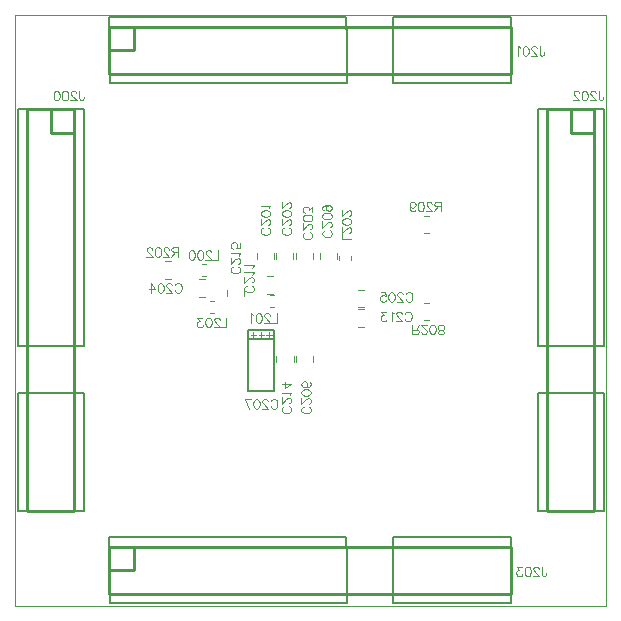
<source format=gbo>
G04*
G04 #@! TF.GenerationSoftware,Altium Limited,Altium Designer,22.3.1 (43)*
G04*
G04 Layer_Color=32896*
%FSLAX25Y25*%
%MOIN*%
G70*
G04*
G04 #@! TF.SameCoordinates,697392F4-E1DC-46BD-99ED-7115868F3DC7*
G04*
G04*
G04 #@! TF.FilePolarity,Positive*
G04*
G01*
G75*
%ADD12C,0.00394*%
%ADD13C,0.00787*%
%ADD14C,0.00472*%
%ADD15C,0.01000*%
D12*
X-17386Y-8110D02*
X-15614D01*
X-16500Y-8897D02*
Y-7322D01*
X-19157Y-8897D02*
Y-7322D01*
X-20043Y-8110D02*
X-18272D01*
X-13843Y-8897D02*
Y-7322D01*
X-14728Y-8110D02*
X-12957D01*
X-98425Y98425D02*
X98425D01*
Y-98425D02*
Y98425D01*
X-98425Y-98425D02*
X98425D01*
X-98425D02*
Y98425D01*
D13*
X75614Y-66929D02*
Y-27500D01*
Y-66929D02*
X78704D01*
X75614Y-27500D02*
X79114D01*
X94614D01*
X75614Y67000D02*
X78696D01*
X75614Y-12000D02*
X75614Y67000D01*
X75614Y-12000D02*
X79114D01*
X94614D01*
X97614Y-66852D02*
Y-27423D01*
X94354Y-66852D02*
X97614D01*
X93944Y-27423D02*
X97614D01*
X94362Y67077D02*
X97614D01*
X97614Y-11923D01*
X93944D02*
X97614D01*
X-20929Y-9586D02*
X-12071D01*
X-20929D02*
Y-6634D01*
X-12071Y-9586D02*
Y-6634D01*
X-20929D02*
X-12071D01*
Y-26909D02*
Y-9586D01*
X-20929Y-26909D02*
Y-9586D01*
Y-26909D02*
X-12071D01*
X27500Y-97614D02*
X66929D01*
Y-94524D01*
X27500Y-97614D02*
Y-94114D01*
Y-78614D01*
X-67000Y-97614D02*
Y-94532D01*
Y-97614D02*
X12000Y-97614D01*
Y-94114D01*
Y-78614D01*
X27423Y-75614D02*
X66852D01*
Y-78874D02*
Y-75614D01*
X27423Y-79284D02*
Y-75614D01*
X-67077Y-78866D02*
Y-75614D01*
X11923Y-75614D01*
Y-79284D02*
Y-75614D01*
X-79284Y-11923D02*
X-75614D01*
X-75614Y67077D02*
X-75614Y-11923D01*
X-78866Y67077D02*
X-75614D01*
X-79284Y-27423D02*
X-75614D01*
X-78874Y-66852D02*
X-75614D01*
Y-27423D01*
X-94114Y-12000D02*
X-78614D01*
X-97614D02*
X-94114D01*
X-97614D02*
X-97614Y67000D01*
X-94532D01*
X-94114Y-27500D02*
X-78614D01*
X-97614D02*
X-94114D01*
X-97614Y-66929D02*
X-94524D01*
X-97614D02*
Y-27500D01*
X27500Y75614D02*
X66929D01*
Y78704D01*
X27500Y75614D02*
Y79114D01*
Y94614D01*
X-67000Y75614D02*
Y78696D01*
Y75614D02*
X12000Y75614D01*
Y79114D01*
Y94614D01*
X27423Y97614D02*
X66852D01*
Y94354D02*
Y97614D01*
X27423Y93944D02*
Y97614D01*
X-67077Y94362D02*
Y97614D01*
X11923Y97614D01*
Y93944D02*
Y97614D01*
D14*
X-37168Y10394D02*
X-35111D01*
X-37168Y4606D02*
X-35111D01*
X-33641Y3008D02*
X-32359D01*
X-33641Y-1008D02*
X-32359D01*
X37699Y25703D02*
X39487D01*
X37699Y31491D02*
X39487D01*
X37699Y-3231D02*
X39487D01*
X37699Y2556D02*
X39487D01*
X-48394Y16394D02*
X-46606D01*
X-48394Y10606D02*
X-46606D01*
X-27894Y4861D02*
Y6918D01*
X-22106Y4861D02*
Y6918D01*
X-11503Y-17209D02*
Y-15152D01*
X-5715Y-17209D02*
Y-15152D01*
X15861Y-5394D02*
X17918D01*
X15861Y394D02*
X17918D01*
X-14529Y11394D02*
X-12472D01*
X-14529Y5606D02*
X-12472D01*
X3106Y17161D02*
Y19218D01*
X8894Y17161D02*
Y19218D01*
X-4891Y-17209D02*
Y-15152D01*
X896Y-17209D02*
Y-15152D01*
X15861Y1106D02*
X17918D01*
X15861Y6894D02*
X17918D01*
X894Y17161D02*
Y19218D01*
X-4894Y17161D02*
Y19218D01*
X-5831Y17161D02*
Y19218D01*
X-11618Y17161D02*
Y19218D01*
X-12106Y17160D02*
Y19218D01*
X-17894Y17160D02*
Y19218D01*
X-13641Y992D02*
X-12359D01*
X-13641Y5008D02*
X-12359D01*
X13508Y16908D02*
Y18190D01*
X9492Y16908D02*
Y18190D01*
X-36141Y15508D02*
X-34859D01*
X-36141Y11492D02*
X-34859D01*
X96000Y73149D02*
Y70750D01*
X96150Y70300D01*
X96300Y70150D01*
X96600Y70000D01*
X96900D01*
X97200Y70150D01*
X97350Y70300D01*
X97500Y70750D01*
Y71050D01*
X95041Y72399D02*
Y72549D01*
X94891Y72849D01*
X94741Y72999D01*
X94441Y73149D01*
X93841D01*
X93541Y72999D01*
X93391Y72849D01*
X93241Y72549D01*
Y72249D01*
X93391Y71949D01*
X93691Y71500D01*
X95191Y70000D01*
X93091D01*
X91487Y73149D02*
X91937Y72999D01*
X92237Y72549D01*
X92387Y71799D01*
Y71350D01*
X92237Y70600D01*
X91937Y70150D01*
X91487Y70000D01*
X91187D01*
X90737Y70150D01*
X90437Y70600D01*
X90287Y71350D01*
Y71799D01*
X90437Y72549D01*
X90737Y72999D01*
X91187Y73149D01*
X91487D01*
X89433Y72399D02*
Y72549D01*
X89283Y72849D01*
X89133Y72999D01*
X88833Y73149D01*
X88233D01*
X87933Y72999D01*
X87783Y72849D01*
X87633Y72549D01*
Y72249D01*
X87783Y71949D01*
X88083Y71500D01*
X89583Y70000D01*
X87483D01*
X43366Y36171D02*
Y33022D01*
Y36171D02*
X42016D01*
X41566Y36021D01*
X41416Y35871D01*
X41267Y35572D01*
Y35272D01*
X41416Y34972D01*
X41566Y34822D01*
X42016Y34672D01*
X43366D01*
X42316D02*
X41267Y33022D01*
X40412Y35422D02*
Y35572D01*
X40262Y35871D01*
X40112Y36021D01*
X39812Y36171D01*
X39212D01*
X38912Y36021D01*
X38762Y35871D01*
X38612Y35572D01*
Y35272D01*
X38762Y34972D01*
X39062Y34522D01*
X40562Y33022D01*
X38462D01*
X36858Y36171D02*
X37308Y36021D01*
X37608Y35572D01*
X37758Y34822D01*
Y34372D01*
X37608Y33622D01*
X37308Y33172D01*
X36858Y33022D01*
X36558D01*
X36108Y33172D01*
X35808Y33622D01*
X35658Y34372D01*
Y34822D01*
X35808Y35572D01*
X36108Y36021D01*
X36558Y36171D01*
X36858D01*
X33004Y35122D02*
X33154Y34672D01*
X33454Y34372D01*
X33904Y34222D01*
X34054D01*
X34504Y34372D01*
X34804Y34672D01*
X34954Y35122D01*
Y35272D01*
X34804Y35721D01*
X34504Y36021D01*
X34054Y36171D01*
X33904D01*
X33454Y36021D01*
X33154Y35721D01*
X33004Y35122D01*
Y34372D01*
X33154Y33622D01*
X33454Y33172D01*
X33904Y33022D01*
X34204D01*
X34654Y33172D01*
X34804Y33472D01*
X33929Y-7912D02*
Y-4763D01*
Y-7912D02*
X35279D01*
X35729Y-7762D01*
X35879Y-7612D01*
X36029Y-7312D01*
Y-7012D01*
X35879Y-6712D01*
X35729Y-6562D01*
X35279Y-6412D01*
X33929D01*
X34979D02*
X36029Y-4763D01*
X36883Y-7162D02*
Y-7312D01*
X37033Y-7612D01*
X37183Y-7762D01*
X37483Y-7912D01*
X38083D01*
X38383Y-7762D01*
X38533Y-7612D01*
X38683Y-7312D01*
Y-7012D01*
X38533Y-6712D01*
X38233Y-6262D01*
X36733Y-4763D01*
X38833D01*
X40437Y-7912D02*
X39987Y-7762D01*
X39687Y-7312D01*
X39537Y-6562D01*
Y-6112D01*
X39687Y-5363D01*
X39987Y-4913D01*
X40437Y-4763D01*
X40737D01*
X41187Y-4913D01*
X41487Y-5363D01*
X41637Y-6112D01*
Y-6562D01*
X41487Y-7312D01*
X41187Y-7762D01*
X40737Y-7912D01*
X40437D01*
X43091D02*
X42641Y-7762D01*
X42491Y-7462D01*
Y-7162D01*
X42641Y-6862D01*
X42941Y-6712D01*
X43541Y-6562D01*
X43991Y-6412D01*
X44291Y-6112D01*
X44441Y-5813D01*
Y-5363D01*
X44291Y-5063D01*
X44141Y-4913D01*
X43691Y-4763D01*
X43091D01*
X42641Y-4913D01*
X42491Y-5063D01*
X42342Y-5363D01*
Y-5813D01*
X42491Y-6112D01*
X42791Y-6412D01*
X43241Y-6562D01*
X43841Y-6712D01*
X44141Y-6862D01*
X44291Y-7162D01*
Y-7462D01*
X44141Y-7762D01*
X43691Y-7912D01*
X43091D01*
X77009Y-85426D02*
Y-87825D01*
X77159Y-88275D01*
X77309Y-88424D01*
X77609Y-88574D01*
X77908D01*
X78208Y-88424D01*
X78358Y-88275D01*
X78508Y-87825D01*
Y-87525D01*
X76049Y-86175D02*
Y-86025D01*
X75899Y-85725D01*
X75749Y-85575D01*
X75449Y-85426D01*
X74849D01*
X74550Y-85575D01*
X74400Y-85725D01*
X74250Y-86025D01*
Y-86325D01*
X74400Y-86625D01*
X74700Y-87075D01*
X76199Y-88574D01*
X74100D01*
X72495Y-85426D02*
X72945Y-85575D01*
X73245Y-86025D01*
X73395Y-86775D01*
Y-87225D01*
X73245Y-87975D01*
X72945Y-88424D01*
X72495Y-88574D01*
X72195D01*
X71746Y-88424D01*
X71446Y-87975D01*
X71296Y-87225D01*
Y-86775D01*
X71446Y-86025D01*
X71746Y-85575D01*
X72195Y-85426D01*
X72495D01*
X70291D02*
X68642D01*
X69541Y-86625D01*
X69091D01*
X68792Y-86775D01*
X68642Y-86925D01*
X68492Y-87375D01*
Y-87675D01*
X68642Y-88125D01*
X68941Y-88424D01*
X69391Y-88574D01*
X69841D01*
X70291Y-88424D01*
X70441Y-88275D01*
X70591Y-87975D01*
X-44293Y21010D02*
Y17861D01*
Y21010D02*
X-45643D01*
X-46092Y20860D01*
X-46242Y20710D01*
X-46392Y20410D01*
Y20110D01*
X-46242Y19810D01*
X-46092Y19660D01*
X-45643Y19510D01*
X-44293D01*
X-45343D02*
X-46392Y17861D01*
X-47247Y20260D02*
Y20410D01*
X-47397Y20710D01*
X-47547Y20860D01*
X-47847Y21010D01*
X-48447D01*
X-48746Y20860D01*
X-48896Y20710D01*
X-49046Y20410D01*
Y20110D01*
X-48896Y19810D01*
X-48597Y19360D01*
X-47097Y17861D01*
X-49196D01*
X-50801Y21010D02*
X-50351Y20860D01*
X-50051Y20410D01*
X-49901Y19660D01*
Y19210D01*
X-50051Y18460D01*
X-50351Y18011D01*
X-50801Y17861D01*
X-51101D01*
X-51551Y18011D01*
X-51850Y18460D01*
X-52000Y19210D01*
Y19660D01*
X-51850Y20410D01*
X-51551Y20860D01*
X-51101Y21010D01*
X-50801D01*
X-52855Y20260D02*
Y20410D01*
X-53005Y20710D01*
X-53155Y20860D01*
X-53455Y21010D01*
X-54055D01*
X-54355Y20860D01*
X-54505Y20710D01*
X-54654Y20410D01*
Y20110D01*
X-54505Y19810D01*
X-54205Y19360D01*
X-52705Y17861D01*
X-54804D01*
X-28074Y-2426D02*
Y-5574D01*
X-29874D01*
X-30368Y-3175D02*
Y-3025D01*
X-30518Y-2725D01*
X-30668Y-2575D01*
X-30968Y-2426D01*
X-31568D01*
X-31868Y-2575D01*
X-32018Y-2725D01*
X-32168Y-3025D01*
Y-3325D01*
X-32018Y-3625D01*
X-31718Y-4075D01*
X-30218Y-5574D01*
X-32318D01*
X-33922Y-2426D02*
X-33472Y-2575D01*
X-33172Y-3025D01*
X-33022Y-3775D01*
Y-4225D01*
X-33172Y-4975D01*
X-33472Y-5424D01*
X-33922Y-5574D01*
X-34222D01*
X-34672Y-5424D01*
X-34972Y-4975D01*
X-35122Y-4225D01*
Y-3775D01*
X-34972Y-3025D01*
X-34672Y-2575D01*
X-34222Y-2426D01*
X-33922D01*
X-36126D02*
X-37776D01*
X-36876Y-3625D01*
X-37326D01*
X-37626Y-3775D01*
X-37776Y-3925D01*
X-37926Y-4375D01*
Y-4675D01*
X-37776Y-5125D01*
X-37476Y-5424D01*
X-37026Y-5574D01*
X-36576D01*
X-36126Y-5424D01*
X-35976Y-5275D01*
X-35827Y-4975D01*
X13575Y23623D02*
X10425D01*
Y25423D01*
X12825Y25918D02*
X12975D01*
X13275Y26068D01*
X13424Y26217D01*
X13575Y26517D01*
Y27117D01*
X13424Y27417D01*
X13275Y27567D01*
X12975Y27717D01*
X12675D01*
X12375Y27567D01*
X11925Y27267D01*
X10425Y25768D01*
Y27867D01*
X13575Y29471D02*
X13424Y29022D01*
X12975Y28722D01*
X12225Y28572D01*
X11775D01*
X11025Y28722D01*
X10576Y29022D01*
X10425Y29471D01*
Y29771D01*
X10576Y30221D01*
X11025Y30521D01*
X11775Y30671D01*
X12225D01*
X12975Y30521D01*
X13424Y30221D01*
X13575Y29771D01*
Y29471D01*
X12825Y31526D02*
X12975D01*
X13275Y31676D01*
X13424Y31826D01*
X13575Y32125D01*
Y32725D01*
X13424Y33025D01*
X13275Y33175D01*
X12975Y33325D01*
X12675D01*
X12375Y33175D01*
X11925Y32875D01*
X10425Y31376D01*
Y33475D01*
X-11308Y-985D02*
Y-4134D01*
X-13107D01*
X-13602Y-1734D02*
Y-1584D01*
X-13752Y-1285D01*
X-13902Y-1135D01*
X-14202Y-985D01*
X-14802D01*
X-15102Y-1135D01*
X-15252Y-1285D01*
X-15402Y-1584D01*
Y-1884D01*
X-15252Y-2184D01*
X-14952Y-2634D01*
X-13452Y-4134D01*
X-15552D01*
X-17156Y-985D02*
X-16706Y-1135D01*
X-16406Y-1584D01*
X-16256Y-2334D01*
Y-2784D01*
X-16406Y-3534D01*
X-16706Y-3984D01*
X-17156Y-4134D01*
X-17456D01*
X-17906Y-3984D01*
X-18206Y-3534D01*
X-18356Y-2784D01*
Y-2334D01*
X-18206Y-1584D01*
X-17906Y-1135D01*
X-17456Y-985D01*
X-17156D01*
X-19060Y-1584D02*
X-19360Y-1434D01*
X-19810Y-985D01*
Y-4134D01*
X-30824Y20075D02*
Y16926D01*
X-32624D01*
X-33118Y19325D02*
Y19475D01*
X-33268Y19775D01*
X-33418Y19925D01*
X-33718Y20075D01*
X-34318D01*
X-34618Y19925D01*
X-34768Y19775D01*
X-34918Y19475D01*
Y19175D01*
X-34768Y18875D01*
X-34468Y18425D01*
X-32968Y16926D01*
X-35068D01*
X-36672Y20075D02*
X-36222Y19925D01*
X-35922Y19475D01*
X-35772Y18725D01*
Y18275D01*
X-35922Y17525D01*
X-36222Y17075D01*
X-36672Y16926D01*
X-36972D01*
X-37422Y17075D01*
X-37722Y17525D01*
X-37872Y18275D01*
Y18725D01*
X-37722Y19475D01*
X-37422Y19925D01*
X-36972Y20075D01*
X-36672D01*
X-39476D02*
X-39026Y19925D01*
X-38726Y19475D01*
X-38576Y18725D01*
Y18275D01*
X-38726Y17525D01*
X-39026Y17075D01*
X-39476Y16926D01*
X-39776D01*
X-40226Y17075D01*
X-40526Y17525D01*
X-40676Y18275D01*
Y18725D01*
X-40526Y19475D01*
X-40226Y19925D01*
X-39776Y20075D01*
X-39476D01*
X76334Y88074D02*
Y85675D01*
X76484Y85225D01*
X76634Y85075D01*
X76934Y84926D01*
X77234D01*
X77534Y85075D01*
X77684Y85225D01*
X77833Y85675D01*
Y85975D01*
X75374Y87325D02*
Y87475D01*
X75224Y87775D01*
X75074Y87924D01*
X74775Y88074D01*
X74175D01*
X73875Y87924D01*
X73725Y87775D01*
X73575Y87475D01*
Y87175D01*
X73725Y86875D01*
X74025Y86425D01*
X75524Y84926D01*
X73425D01*
X71821Y88074D02*
X72270Y87924D01*
X72570Y87475D01*
X72720Y86725D01*
Y86275D01*
X72570Y85525D01*
X72270Y85075D01*
X71821Y84926D01*
X71521D01*
X71071Y85075D01*
X70771Y85525D01*
X70621Y86275D01*
Y86725D01*
X70771Y87475D01*
X71071Y87924D01*
X71521Y88074D01*
X71821D01*
X69916Y87475D02*
X69616Y87625D01*
X69166Y88074D01*
Y84926D01*
X-77200Y73149D02*
Y70750D01*
X-77049Y70300D01*
X-76900Y70150D01*
X-76600Y70000D01*
X-76300D01*
X-76000Y70150D01*
X-75850Y70300D01*
X-75700Y70750D01*
Y71050D01*
X-78159Y72399D02*
Y72549D01*
X-78309Y72849D01*
X-78459Y72999D01*
X-78759Y73149D01*
X-79359D01*
X-79659Y72999D01*
X-79809Y72849D01*
X-79959Y72549D01*
Y72249D01*
X-79809Y71949D01*
X-79509Y71500D01*
X-78009Y70000D01*
X-80108D01*
X-81713Y73149D02*
X-81263Y72999D01*
X-80963Y72549D01*
X-80813Y71799D01*
Y71350D01*
X-80963Y70600D01*
X-81263Y70150D01*
X-81713Y70000D01*
X-82013D01*
X-82463Y70150D01*
X-82763Y70600D01*
X-82913Y71350D01*
Y71799D01*
X-82763Y72549D01*
X-82463Y72999D01*
X-82013Y73149D01*
X-81713D01*
X-84517D02*
X-84067Y72999D01*
X-83767Y72549D01*
X-83617Y71799D01*
Y71350D01*
X-83767Y70600D01*
X-84067Y70150D01*
X-84517Y70000D01*
X-84817D01*
X-85267Y70150D01*
X-85567Y70600D01*
X-85717Y71350D01*
Y71799D01*
X-85567Y72549D01*
X-85267Y72999D01*
X-84817Y73149D01*
X-84517D01*
X-24175Y14576D02*
X-23875Y14426D01*
X-23575Y14126D01*
X-23426Y13826D01*
Y13226D01*
X-23575Y12926D01*
X-23875Y12627D01*
X-24175Y12477D01*
X-24625Y12327D01*
X-25375D01*
X-25825Y12477D01*
X-26125Y12627D01*
X-26425Y12926D01*
X-26575Y13226D01*
Y13826D01*
X-26425Y14126D01*
X-26125Y14426D01*
X-25825Y14576D01*
X-24175Y15611D02*
X-24025D01*
X-23725Y15761D01*
X-23575Y15911D01*
X-23426Y16210D01*
Y16810D01*
X-23575Y17110D01*
X-23725Y17260D01*
X-24025Y17410D01*
X-24325D01*
X-24625Y17260D01*
X-25075Y16960D01*
X-26575Y15461D01*
Y17560D01*
X-24025Y18265D02*
X-23875Y18565D01*
X-23426Y19015D01*
X-26575D01*
X-23426Y22373D02*
Y20874D01*
X-24775Y20724D01*
X-24625Y20874D01*
X-24475Y21324D01*
Y21774D01*
X-24625Y22223D01*
X-24925Y22523D01*
X-25375Y22673D01*
X-25675D01*
X-26125Y22523D01*
X-26425Y22223D01*
X-26575Y21774D01*
Y21324D01*
X-26425Y20874D01*
X-26275Y20724D01*
X-25975Y20574D01*
X-7175Y-31999D02*
X-6875Y-32149D01*
X-6576Y-32449D01*
X-6425Y-32749D01*
Y-33349D01*
X-6576Y-33648D01*
X-6875Y-33948D01*
X-7175Y-34098D01*
X-7625Y-34248D01*
X-8375D01*
X-8825Y-34098D01*
X-9125Y-33948D01*
X-9425Y-33648D01*
X-9574Y-33349D01*
Y-32749D01*
X-9425Y-32449D01*
X-9125Y-32149D01*
X-8825Y-31999D01*
X-7175Y-30964D02*
X-7025D01*
X-6725Y-30814D01*
X-6576Y-30664D01*
X-6425Y-30365D01*
Y-29765D01*
X-6576Y-29465D01*
X-6725Y-29315D01*
X-7025Y-29165D01*
X-7325D01*
X-7625Y-29315D01*
X-8075Y-29615D01*
X-9574Y-31114D01*
Y-29015D01*
X-7025Y-28310D02*
X-6875Y-28010D01*
X-6425Y-27560D01*
X-9574D01*
X-6425Y-24501D02*
X-8525Y-26001D01*
Y-23752D01*
X-6425Y-24501D02*
X-9574D01*
X31424Y-1175D02*
X31574Y-875D01*
X31874Y-575D01*
X32174Y-426D01*
X32774D01*
X33073Y-575D01*
X33373Y-875D01*
X33523Y-1175D01*
X33673Y-1625D01*
Y-2375D01*
X33523Y-2825D01*
X33373Y-3125D01*
X33073Y-3424D01*
X32774Y-3574D01*
X32174D01*
X31874Y-3424D01*
X31574Y-3125D01*
X31424Y-2825D01*
X30389Y-1175D02*
Y-1025D01*
X30239Y-725D01*
X30090Y-575D01*
X29790Y-426D01*
X29190D01*
X28890Y-575D01*
X28740Y-725D01*
X28590Y-1025D01*
Y-1325D01*
X28740Y-1625D01*
X29040Y-2075D01*
X30539Y-3574D01*
X28440D01*
X27735Y-1025D02*
X27435Y-875D01*
X26985Y-426D01*
Y-3574D01*
X25126Y-426D02*
X23477D01*
X24376Y-1625D01*
X23927D01*
X23627Y-1775D01*
X23477Y-1925D01*
X23327Y-2375D01*
Y-2675D01*
X23477Y-3125D01*
X23777Y-3424D01*
X24226Y-3574D01*
X24676D01*
X25126Y-3424D01*
X25276Y-3275D01*
X25426Y-2975D01*
X-19675Y8251D02*
X-19375Y8101D01*
X-19075Y7801D01*
X-18925Y7501D01*
Y6901D01*
X-19075Y6601D01*
X-19375Y6301D01*
X-19675Y6151D01*
X-20125Y6002D01*
X-20875D01*
X-21325Y6151D01*
X-21625Y6301D01*
X-21925Y6601D01*
X-22074Y6901D01*
Y7501D01*
X-21925Y7801D01*
X-21625Y8101D01*
X-21325Y8251D01*
X-19675Y9285D02*
X-19525D01*
X-19225Y9435D01*
X-19075Y9585D01*
X-18925Y9885D01*
Y10485D01*
X-19075Y10785D01*
X-19225Y10935D01*
X-19525Y11085D01*
X-19825D01*
X-20125Y10935D01*
X-20575Y10635D01*
X-22074Y9136D01*
Y11235D01*
X-19525Y11940D02*
X-19375Y12239D01*
X-18925Y12689D01*
X-22074D01*
X-19525Y14249D02*
X-19375Y14549D01*
X-18925Y14999D01*
X-22074D01*
X6325Y26642D02*
X6625Y26492D01*
X6925Y26192D01*
X7074Y25892D01*
Y25292D01*
X6925Y24992D01*
X6625Y24692D01*
X6325Y24543D01*
X5875Y24393D01*
X5125D01*
X4675Y24543D01*
X4375Y24692D01*
X4075Y24992D01*
X3926Y25292D01*
Y25892D01*
X4075Y26192D01*
X4375Y26492D01*
X4675Y26642D01*
X6325Y27676D02*
X6475D01*
X6775Y27826D01*
X6925Y27976D01*
X7074Y28276D01*
Y28876D01*
X6925Y29176D01*
X6775Y29326D01*
X6475Y29476D01*
X6175D01*
X5875Y29326D01*
X5425Y29026D01*
X3926Y27527D01*
Y29626D01*
X7074Y31230D02*
X6925Y30780D01*
X6475Y30481D01*
X5725Y30331D01*
X5275D01*
X4525Y30481D01*
X4075Y30780D01*
X3926Y31230D01*
Y31530D01*
X4075Y31980D01*
X4525Y32280D01*
X5275Y32430D01*
X5725D01*
X6475Y32280D01*
X6925Y31980D01*
X7074Y31530D01*
Y31230D01*
X6025Y35084D02*
X5575Y34934D01*
X5275Y34634D01*
X5125Y34184D01*
Y34034D01*
X5275Y33584D01*
X5575Y33285D01*
X6025Y33135D01*
X6175D01*
X6625Y33285D01*
X6925Y33584D01*
X7074Y34034D01*
Y34184D01*
X6925Y34634D01*
X6625Y34934D01*
X6025Y35084D01*
X5275D01*
X4525Y34934D01*
X4075Y34634D01*
X3926Y34184D01*
Y33884D01*
X4075Y33435D01*
X4375Y33285D01*
X-13329Y-30325D02*
X-13179Y-30025D01*
X-12879Y-29725D01*
X-12579Y-29575D01*
X-11979D01*
X-11679Y-29725D01*
X-11379Y-30025D01*
X-11229Y-30325D01*
X-11079Y-30775D01*
Y-31525D01*
X-11229Y-31974D01*
X-11379Y-32274D01*
X-11679Y-32574D01*
X-11979Y-32724D01*
X-12579D01*
X-12879Y-32574D01*
X-13179Y-32274D01*
X-13329Y-31974D01*
X-14363Y-30325D02*
Y-30175D01*
X-14513Y-29875D01*
X-14663Y-29725D01*
X-14963Y-29575D01*
X-15563D01*
X-15863Y-29725D01*
X-16013Y-29875D01*
X-16163Y-30175D01*
Y-30475D01*
X-16013Y-30775D01*
X-15713Y-31225D01*
X-14213Y-32724D01*
X-16313D01*
X-17917Y-29575D02*
X-17467Y-29725D01*
X-17167Y-30175D01*
X-17017Y-30925D01*
Y-31375D01*
X-17167Y-32124D01*
X-17467Y-32574D01*
X-17917Y-32724D01*
X-18217D01*
X-18667Y-32574D01*
X-18967Y-32124D01*
X-19117Y-31375D01*
Y-30925D01*
X-18967Y-30175D01*
X-18667Y-29725D01*
X-18217Y-29575D01*
X-17917D01*
X-21921D02*
X-20421Y-32724D01*
X-19821Y-29575D02*
X-21921D01*
X-675Y-32096D02*
X-375Y-32246D01*
X-75Y-32546D01*
X75Y-32846D01*
Y-33446D01*
X-75Y-33746D01*
X-375Y-34046D01*
X-675Y-34196D01*
X-1125Y-34346D01*
X-1875D01*
X-2325Y-34196D01*
X-2625Y-34046D01*
X-2925Y-33746D01*
X-3074Y-33446D01*
Y-32846D01*
X-2925Y-32546D01*
X-2625Y-32246D01*
X-2325Y-32096D01*
X-675Y-31062D02*
X-525D01*
X-225Y-30912D01*
X-75Y-30762D01*
X75Y-30462D01*
Y-29862D01*
X-75Y-29562D01*
X-225Y-29412D01*
X-525Y-29262D01*
X-825D01*
X-1125Y-29412D01*
X-1575Y-29712D01*
X-3074Y-31212D01*
Y-29112D01*
X75Y-27508D02*
X-75Y-27958D01*
X-525Y-28258D01*
X-1275Y-28408D01*
X-1725D01*
X-2475Y-28258D01*
X-2925Y-27958D01*
X-3074Y-27508D01*
Y-27208D01*
X-2925Y-26758D01*
X-2475Y-26458D01*
X-1725Y-26308D01*
X-1275D01*
X-525Y-26458D01*
X-75Y-26758D01*
X75Y-27208D01*
Y-27508D01*
X-375Y-23804D02*
X-75Y-23954D01*
X75Y-24404D01*
Y-24704D01*
X-75Y-25154D01*
X-525Y-25454D01*
X-1275Y-25604D01*
X-2025D01*
X-2625Y-25454D01*
X-2925Y-25154D01*
X-3074Y-24704D01*
Y-24554D01*
X-2925Y-24104D01*
X-2625Y-23804D01*
X-2175Y-23654D01*
X-2025D01*
X-1575Y-23804D01*
X-1275Y-24104D01*
X-1125Y-24554D01*
Y-24704D01*
X-1275Y-25154D01*
X-1575Y-25454D01*
X-2025Y-25604D01*
X31671Y5325D02*
X31821Y5625D01*
X32121Y5925D01*
X32421Y6075D01*
X33021D01*
X33321Y5925D01*
X33621Y5625D01*
X33771Y5325D01*
X33921Y4875D01*
Y4125D01*
X33771Y3675D01*
X33621Y3375D01*
X33321Y3076D01*
X33021Y2926D01*
X32421D01*
X32121Y3076D01*
X31821Y3375D01*
X31671Y3675D01*
X30637Y5325D02*
Y5475D01*
X30487Y5775D01*
X30337Y5925D01*
X30037Y6075D01*
X29437D01*
X29137Y5925D01*
X28987Y5775D01*
X28837Y5475D01*
Y5175D01*
X28987Y4875D01*
X29287Y4425D01*
X30787Y2926D01*
X28687D01*
X27083Y6075D02*
X27533Y5925D01*
X27833Y5475D01*
X27983Y4725D01*
Y4275D01*
X27833Y3525D01*
X27533Y3076D01*
X27083Y2926D01*
X26783D01*
X26333Y3076D01*
X26033Y3525D01*
X25883Y4275D01*
Y4725D01*
X26033Y5475D01*
X26333Y5925D01*
X26783Y6075D01*
X27083D01*
X23379D02*
X24879D01*
X25029Y4725D01*
X24879Y4875D01*
X24429Y5025D01*
X23979D01*
X23529Y4875D01*
X23229Y4575D01*
X23079Y4125D01*
Y3825D01*
X23229Y3375D01*
X23529Y3076D01*
X23979Y2926D01*
X24429D01*
X24879Y3076D01*
X25029Y3225D01*
X25179Y3525D01*
X-45254Y8325D02*
X-45104Y8625D01*
X-44804Y8924D01*
X-44504Y9075D01*
X-43904D01*
X-43604Y8924D01*
X-43304Y8625D01*
X-43154Y8325D01*
X-43004Y7875D01*
Y7125D01*
X-43154Y6675D01*
X-43304Y6375D01*
X-43604Y6075D01*
X-43904Y5926D01*
X-44504D01*
X-44804Y6075D01*
X-45104Y6375D01*
X-45254Y6675D01*
X-46288Y8325D02*
Y8475D01*
X-46438Y8775D01*
X-46588Y8924D01*
X-46888Y9075D01*
X-47488D01*
X-47788Y8924D01*
X-47938Y8775D01*
X-48088Y8475D01*
Y8175D01*
X-47938Y7875D01*
X-47638Y7425D01*
X-46138Y5926D01*
X-48238D01*
X-49842Y9075D02*
X-49392Y8924D01*
X-49092Y8475D01*
X-48942Y7725D01*
Y7275D01*
X-49092Y6525D01*
X-49392Y6075D01*
X-49842Y5926D01*
X-50142D01*
X-50592Y6075D01*
X-50892Y6525D01*
X-51042Y7275D01*
Y7725D01*
X-50892Y8475D01*
X-50592Y8924D01*
X-50142Y9075D01*
X-49842D01*
X-53246D02*
X-51746Y6975D01*
X-53996D01*
X-53246Y9075D02*
Y5926D01*
X-175Y25992D02*
X125Y25842D01*
X424Y25542D01*
X575Y25242D01*
Y24643D01*
X424Y24343D01*
X125Y24043D01*
X-175Y23893D01*
X-625Y23743D01*
X-1375D01*
X-1825Y23893D01*
X-2125Y24043D01*
X-2424Y24343D01*
X-2575Y24643D01*
Y25242D01*
X-2424Y25542D01*
X-2125Y25842D01*
X-1825Y25992D01*
X-175Y27027D02*
X-25D01*
X275Y27177D01*
X424Y27327D01*
X575Y27626D01*
Y28226D01*
X424Y28526D01*
X275Y28676D01*
X-25Y28826D01*
X-325D01*
X-625Y28676D01*
X-1075Y28376D01*
X-2575Y26877D01*
Y28976D01*
X575Y30580D02*
X424Y30131D01*
X-25Y29831D01*
X-775Y29681D01*
X-1225D01*
X-1975Y29831D01*
X-2424Y30131D01*
X-2575Y30580D01*
Y30880D01*
X-2424Y31330D01*
X-1975Y31630D01*
X-1225Y31780D01*
X-775D01*
X-25Y31630D01*
X424Y31330D01*
X575Y30880D01*
Y30580D01*
Y32785D02*
Y34434D01*
X-625Y33534D01*
Y33984D01*
X-775Y34284D01*
X-925Y34434D01*
X-1375Y34584D01*
X-1675D01*
X-2125Y34434D01*
X-2424Y34134D01*
X-2575Y33684D01*
Y33235D01*
X-2424Y32785D01*
X-2275Y32635D01*
X-1975Y32485D01*
X-7175Y27518D02*
X-6875Y27368D01*
X-6576Y27068D01*
X-6425Y26768D01*
Y26168D01*
X-6576Y25868D01*
X-6875Y25568D01*
X-7175Y25418D01*
X-7625Y25268D01*
X-8375D01*
X-8825Y25418D01*
X-9125Y25568D01*
X-9425Y25868D01*
X-9574Y26168D01*
Y26768D01*
X-9425Y27068D01*
X-9125Y27368D01*
X-8825Y27518D01*
X-7175Y28552D02*
X-7025D01*
X-6725Y28702D01*
X-6576Y28852D01*
X-6425Y29152D01*
Y29752D01*
X-6576Y30052D01*
X-6725Y30202D01*
X-7025Y30352D01*
X-7325D01*
X-7625Y30202D01*
X-8075Y29902D01*
X-9574Y28402D01*
Y30502D01*
X-6425Y32106D02*
X-6576Y31656D01*
X-7025Y31356D01*
X-7775Y31206D01*
X-8225D01*
X-8975Y31356D01*
X-9425Y31656D01*
X-9574Y32106D01*
Y32406D01*
X-9425Y32856D01*
X-8975Y33156D01*
X-8225Y33306D01*
X-7775D01*
X-7025Y33156D01*
X-6576Y32856D01*
X-6425Y32406D01*
Y32106D01*
X-7175Y34160D02*
X-7025D01*
X-6725Y34310D01*
X-6576Y34460D01*
X-6425Y34760D01*
Y35360D01*
X-6576Y35660D01*
X-6725Y35810D01*
X-7025Y35960D01*
X-7325D01*
X-7625Y35810D01*
X-8075Y35510D01*
X-9574Y34010D01*
Y36110D01*
X-14175Y27503D02*
X-13875Y27353D01*
X-13576Y27053D01*
X-13426Y26754D01*
Y26154D01*
X-13576Y25854D01*
X-13875Y25554D01*
X-14175Y25404D01*
X-14625Y25254D01*
X-15375D01*
X-15825Y25404D01*
X-16125Y25554D01*
X-16424Y25854D01*
X-16575Y26154D01*
Y26754D01*
X-16424Y27053D01*
X-16125Y27353D01*
X-15825Y27503D01*
X-14175Y28538D02*
X-14025D01*
X-13725Y28688D01*
X-13576Y28838D01*
X-13426Y29138D01*
Y29738D01*
X-13576Y30038D01*
X-13725Y30187D01*
X-14025Y30337D01*
X-14325D01*
X-14625Y30187D01*
X-15075Y29888D01*
X-16575Y28388D01*
Y30487D01*
X-13426Y32092D02*
X-13576Y31642D01*
X-14025Y31342D01*
X-14775Y31192D01*
X-15225D01*
X-15975Y31342D01*
X-16424Y31642D01*
X-16575Y32092D01*
Y32392D01*
X-16424Y32842D01*
X-15975Y33141D01*
X-15225Y33291D01*
X-14775D01*
X-14025Y33141D01*
X-13576Y32842D01*
X-13426Y32392D01*
Y32092D01*
X-14025Y33996D02*
X-13875Y34296D01*
X-13426Y34746D01*
X-16575D01*
D15*
X78704Y-66929D02*
X94452D01*
X94483D02*
Y66929D01*
X78656Y-66929D02*
Y66929D01*
X86614Y59055D02*
Y66929D01*
Y59055D02*
X94483D01*
X78696Y67077D02*
X94444D01*
X66929Y-94524D02*
Y-78776D01*
X-66929Y-78745D02*
X66929D01*
X-66929Y-94572D02*
X66929D01*
X-66929Y-86614D02*
X-59055D01*
Y-78745D01*
X-67077Y-94532D02*
Y-78784D01*
X-94532Y67077D02*
X-78784D01*
X-86614Y59055D02*
X-78745D01*
X-86614D02*
Y66929D01*
X-94572Y-66929D02*
Y66929D01*
X-78745Y-66929D02*
Y66929D01*
X-94524Y-66929D02*
X-78776D01*
X66929Y78704D02*
Y94452D01*
X-66929Y94483D02*
X66929D01*
X-66929Y78656D02*
X66929D01*
X-66929Y86614D02*
X-59055D01*
Y94483D01*
X-67077Y78696D02*
Y94444D01*
M02*

</source>
